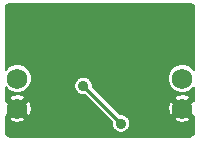
<source format=gbl>
G04 (created by PCBNEW (2013-03-04 BZR 3984)-stable) date 10/14/2013 9:35:43 AM*
%MOIN*%
G04 Gerber Fmt 3.4, Leading zero omitted, Abs format*
%FSLAX34Y34*%
G01*
G70*
G90*
G04 APERTURE LIST*
%ADD10C,0.006*%
%ADD11C,0.0688976*%
%ADD12C,0.035*%
%ADD13C,0.011811*%
%ADD14C,0.00590551*%
G04 APERTURE END LIST*
G54D10*
G54D11*
X81500Y-52000D03*
X76000Y-53000D03*
X76000Y-52000D03*
X81500Y-53000D03*
G54D12*
X76800Y-52200D03*
X80750Y-52400D03*
X80750Y-51600D03*
X78200Y-52250D03*
X79450Y-53500D03*
G54D13*
X76000Y-53000D02*
X76800Y-52200D01*
X80750Y-52400D02*
X80750Y-51600D01*
X79450Y-53500D02*
X78200Y-52250D01*
G54D10*
G36*
X81890Y-53784D02*
X81877Y-53852D01*
X81847Y-53897D01*
X81802Y-53927D01*
X81765Y-53934D01*
X81765Y-53364D01*
X81500Y-53099D01*
X81400Y-53199D01*
X81400Y-53000D01*
X81135Y-52734D01*
X81071Y-52775D01*
X81018Y-52956D01*
X81038Y-53144D01*
X81071Y-53224D01*
X81135Y-53265D01*
X81400Y-53000D01*
X81400Y-53199D01*
X81234Y-53364D01*
X81275Y-53428D01*
X81456Y-53481D01*
X81644Y-53461D01*
X81724Y-53428D01*
X81765Y-53364D01*
X81765Y-53934D01*
X81734Y-53940D01*
X79754Y-53940D01*
X79754Y-53439D01*
X79708Y-53327D01*
X79622Y-53241D01*
X79510Y-53195D01*
X79412Y-53195D01*
X78504Y-52287D01*
X78504Y-52189D01*
X78458Y-52077D01*
X78372Y-51991D01*
X78260Y-51945D01*
X78139Y-51945D01*
X78027Y-51991D01*
X77941Y-52077D01*
X77895Y-52189D01*
X77895Y-52310D01*
X77941Y-52422D01*
X78027Y-52508D01*
X78139Y-52554D01*
X78237Y-52554D01*
X79145Y-53462D01*
X79145Y-53560D01*
X79191Y-53672D01*
X79277Y-53758D01*
X79389Y-53804D01*
X79510Y-53804D01*
X79622Y-53758D01*
X79708Y-53672D01*
X79754Y-53560D01*
X79754Y-53439D01*
X79754Y-53940D01*
X76481Y-53940D01*
X76481Y-53043D01*
X76461Y-52855D01*
X76428Y-52775D01*
X76364Y-52734D01*
X76265Y-52834D01*
X76265Y-52635D01*
X76224Y-52571D01*
X76043Y-52518D01*
X75855Y-52538D01*
X75775Y-52571D01*
X75734Y-52635D01*
X76000Y-52900D01*
X76265Y-52635D01*
X76265Y-52834D01*
X76099Y-53000D01*
X76364Y-53265D01*
X76428Y-53224D01*
X76481Y-53043D01*
X76481Y-53940D01*
X76265Y-53940D01*
X76265Y-53364D01*
X76000Y-53099D01*
X75734Y-53364D01*
X75775Y-53428D01*
X75956Y-53481D01*
X76144Y-53461D01*
X76224Y-53428D01*
X76265Y-53364D01*
X76265Y-53940D01*
X75765Y-53940D01*
X75697Y-53927D01*
X75652Y-53897D01*
X75622Y-53852D01*
X75609Y-53784D01*
X75609Y-53248D01*
X75635Y-53265D01*
X75900Y-53000D01*
X75635Y-52734D01*
X75609Y-52751D01*
X75609Y-52279D01*
X75731Y-52401D01*
X75905Y-52473D01*
X76093Y-52474D01*
X76268Y-52402D01*
X76401Y-52268D01*
X76473Y-52094D01*
X76474Y-51906D01*
X76402Y-51731D01*
X76268Y-51598D01*
X76094Y-51526D01*
X75906Y-51525D01*
X75731Y-51597D01*
X75609Y-51720D01*
X75609Y-49665D01*
X75622Y-49597D01*
X75652Y-49552D01*
X75697Y-49522D01*
X75765Y-49509D01*
X81734Y-49509D01*
X81802Y-49522D01*
X81847Y-49552D01*
X81877Y-49597D01*
X81890Y-49665D01*
X81890Y-51720D01*
X81768Y-51598D01*
X81594Y-51526D01*
X81406Y-51525D01*
X81231Y-51597D01*
X81098Y-51731D01*
X81026Y-51905D01*
X81025Y-52093D01*
X81097Y-52268D01*
X81231Y-52401D01*
X81405Y-52473D01*
X81593Y-52474D01*
X81768Y-52402D01*
X81890Y-52279D01*
X81890Y-52751D01*
X81864Y-52734D01*
X81765Y-52834D01*
X81765Y-52635D01*
X81724Y-52571D01*
X81543Y-52518D01*
X81355Y-52538D01*
X81275Y-52571D01*
X81234Y-52635D01*
X81500Y-52900D01*
X81765Y-52635D01*
X81765Y-52834D01*
X81599Y-53000D01*
X81864Y-53265D01*
X81890Y-53248D01*
X81890Y-53784D01*
X81890Y-53784D01*
G37*
G54D14*
X81890Y-53784D02*
X81877Y-53852D01*
X81847Y-53897D01*
X81802Y-53927D01*
X81765Y-53934D01*
X81765Y-53364D01*
X81500Y-53099D01*
X81400Y-53199D01*
X81400Y-53000D01*
X81135Y-52734D01*
X81071Y-52775D01*
X81018Y-52956D01*
X81038Y-53144D01*
X81071Y-53224D01*
X81135Y-53265D01*
X81400Y-53000D01*
X81400Y-53199D01*
X81234Y-53364D01*
X81275Y-53428D01*
X81456Y-53481D01*
X81644Y-53461D01*
X81724Y-53428D01*
X81765Y-53364D01*
X81765Y-53934D01*
X81734Y-53940D01*
X79754Y-53940D01*
X79754Y-53439D01*
X79708Y-53327D01*
X79622Y-53241D01*
X79510Y-53195D01*
X79412Y-53195D01*
X78504Y-52287D01*
X78504Y-52189D01*
X78458Y-52077D01*
X78372Y-51991D01*
X78260Y-51945D01*
X78139Y-51945D01*
X78027Y-51991D01*
X77941Y-52077D01*
X77895Y-52189D01*
X77895Y-52310D01*
X77941Y-52422D01*
X78027Y-52508D01*
X78139Y-52554D01*
X78237Y-52554D01*
X79145Y-53462D01*
X79145Y-53560D01*
X79191Y-53672D01*
X79277Y-53758D01*
X79389Y-53804D01*
X79510Y-53804D01*
X79622Y-53758D01*
X79708Y-53672D01*
X79754Y-53560D01*
X79754Y-53439D01*
X79754Y-53940D01*
X76481Y-53940D01*
X76481Y-53043D01*
X76461Y-52855D01*
X76428Y-52775D01*
X76364Y-52734D01*
X76265Y-52834D01*
X76265Y-52635D01*
X76224Y-52571D01*
X76043Y-52518D01*
X75855Y-52538D01*
X75775Y-52571D01*
X75734Y-52635D01*
X76000Y-52900D01*
X76265Y-52635D01*
X76265Y-52834D01*
X76099Y-53000D01*
X76364Y-53265D01*
X76428Y-53224D01*
X76481Y-53043D01*
X76481Y-53940D01*
X76265Y-53940D01*
X76265Y-53364D01*
X76000Y-53099D01*
X75734Y-53364D01*
X75775Y-53428D01*
X75956Y-53481D01*
X76144Y-53461D01*
X76224Y-53428D01*
X76265Y-53364D01*
X76265Y-53940D01*
X75765Y-53940D01*
X75697Y-53927D01*
X75652Y-53897D01*
X75622Y-53852D01*
X75609Y-53784D01*
X75609Y-53248D01*
X75635Y-53265D01*
X75900Y-53000D01*
X75635Y-52734D01*
X75609Y-52751D01*
X75609Y-52279D01*
X75731Y-52401D01*
X75905Y-52473D01*
X76093Y-52474D01*
X76268Y-52402D01*
X76401Y-52268D01*
X76473Y-52094D01*
X76474Y-51906D01*
X76402Y-51731D01*
X76268Y-51598D01*
X76094Y-51526D01*
X75906Y-51525D01*
X75731Y-51597D01*
X75609Y-51720D01*
X75609Y-49665D01*
X75622Y-49597D01*
X75652Y-49552D01*
X75697Y-49522D01*
X75765Y-49509D01*
X81734Y-49509D01*
X81802Y-49522D01*
X81847Y-49552D01*
X81877Y-49597D01*
X81890Y-49665D01*
X81890Y-51720D01*
X81768Y-51598D01*
X81594Y-51526D01*
X81406Y-51525D01*
X81231Y-51597D01*
X81098Y-51731D01*
X81026Y-51905D01*
X81025Y-52093D01*
X81097Y-52268D01*
X81231Y-52401D01*
X81405Y-52473D01*
X81593Y-52474D01*
X81768Y-52402D01*
X81890Y-52279D01*
X81890Y-52751D01*
X81864Y-52734D01*
X81765Y-52834D01*
X81765Y-52635D01*
X81724Y-52571D01*
X81543Y-52518D01*
X81355Y-52538D01*
X81275Y-52571D01*
X81234Y-52635D01*
X81500Y-52900D01*
X81765Y-52635D01*
X81765Y-52834D01*
X81599Y-53000D01*
X81864Y-53265D01*
X81890Y-53248D01*
X81890Y-53784D01*
M02*

</source>
